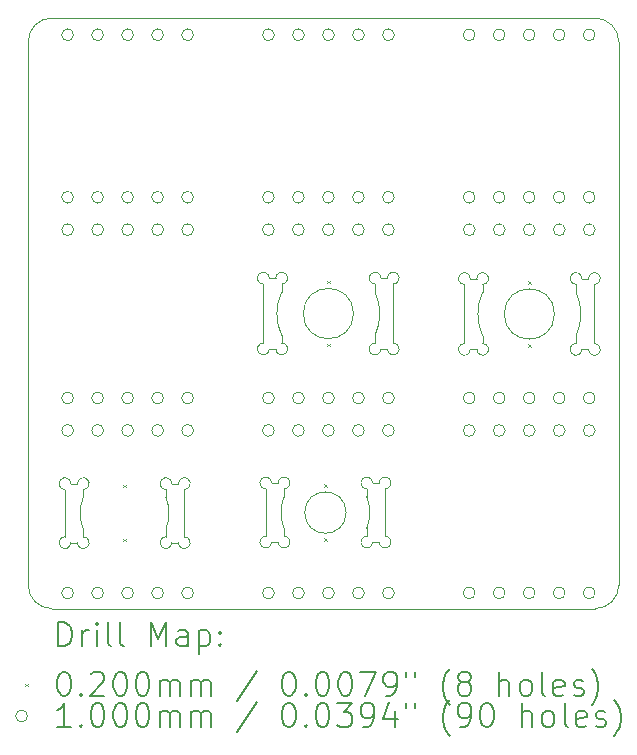
<source format=gbr>
%TF.GenerationSoftware,KiCad,Pcbnew,7.0.10*%
%TF.CreationDate,2024-02-14T10:35:41+01:00*%
%TF.ProjectId,Planar_XFMR,506c616e-6172-45f5-9846-4d522e6b6963,A*%
%TF.SameCoordinates,Original*%
%TF.FileFunction,Drillmap*%
%TF.FilePolarity,Positive*%
%FSLAX45Y45*%
G04 Gerber Fmt 4.5, Leading zero omitted, Abs format (unit mm)*
G04 Created by KiCad (PCBNEW 7.0.10) date 2024-02-14 10:35:41*
%MOMM*%
%LPD*%
G01*
G04 APERTURE LIST*
%ADD10C,0.010000*%
%ADD11C,0.100000*%
%ADD12C,0.200000*%
G04 APERTURE END LIST*
D10*
X14402092Y-5363546D02*
X14457092Y-5363546D01*
X14507093Y-5848546D02*
X14507092Y-5913546D01*
X14507092Y-5413546D02*
G75*
G03*
X14457092Y-5363546I0J50000D01*
G01*
X14457092Y-5963546D02*
G75*
G03*
X14507092Y-5913546I50000J0D01*
G01*
X14352092Y-5913546D02*
G75*
G03*
X14402092Y-5963546I0J-50000D01*
G01*
X15452092Y-5413546D02*
G75*
G03*
X15402092Y-5363546I0J50000D01*
G01*
X15297092Y-5913546D02*
G75*
G03*
X15347092Y-5963546I0J-50000D01*
G01*
X15347092Y-5363546D02*
G75*
G03*
X15297092Y-5413546I-50000J0D01*
G01*
X14352092Y-5413546D02*
X14352092Y-5913546D01*
X14457092Y-5963546D02*
X14402092Y-5963546D01*
X15297092Y-5848546D02*
X15297092Y-5913546D01*
X15297092Y-5848546D02*
G75*
G03*
X15298050Y-5480604I-395000J185000D01*
G01*
X14506135Y-5480604D02*
X14507092Y-5413546D01*
X14506135Y-5480604D02*
G75*
G03*
X14507093Y-5848546I395957J-182942D01*
G01*
X15347092Y-5963546D02*
X15402092Y-5963546D01*
X15452092Y-5413546D02*
X15452092Y-5913546D01*
X15298050Y-5480604D02*
X15297092Y-5413546D01*
X15114651Y-5663546D02*
G75*
G03*
X14689534Y-5663546I-212559J0D01*
G01*
X14689534Y-5663546D02*
G75*
G03*
X15114651Y-5663546I212559J0D01*
G01*
X15402092Y-5363546D02*
X15347092Y-5363546D01*
X14402092Y-5363546D02*
G75*
G03*
X14352092Y-5413546I-50000J0D01*
G01*
X15402092Y-5963546D02*
G75*
G03*
X15452092Y-5913546I50000J0D01*
G01*
X11825355Y-7149645D02*
X11825355Y-7214645D01*
X11825355Y-7549645D02*
X11825355Y-7484645D01*
X11825000Y-7485000D02*
G75*
G03*
X11825000Y-7215000I-350000J135000D01*
G01*
X11125000Y-7150000D02*
X11125000Y-7215000D01*
X11125000Y-7215000D02*
G75*
G03*
X11125000Y-7485000I350000J-135000D01*
G01*
X11125000Y-7550000D02*
X11125000Y-7485000D01*
X10970000Y-7550000D02*
X10970000Y-7150000D01*
X11020000Y-7100000D02*
G75*
G03*
X10970000Y-7150000I-50000J0D01*
G01*
X11075000Y-7600000D02*
G75*
G03*
X11125000Y-7550000I50000J0D01*
G01*
X11075000Y-7600000D02*
X11020000Y-7600000D01*
X11020000Y-7100000D02*
X11075000Y-7100000D01*
X11125000Y-7150000D02*
G75*
G03*
X11075000Y-7100000I0J50000D01*
G01*
X10970000Y-7550000D02*
G75*
G03*
X11020000Y-7600000I0J-50000D01*
G01*
X12700000Y-5360000D02*
G75*
G03*
X12650000Y-5410000I-50000J0D01*
G01*
X12755000Y-5960000D02*
G75*
G03*
X12805000Y-5910000I50000J0D01*
G01*
X12805000Y-5410000D02*
G75*
G03*
X12755000Y-5360000I0J50000D01*
G01*
X12650000Y-5910000D02*
G75*
G03*
X12700000Y-5960000I0J-50000D01*
G01*
X12650000Y-5410000D02*
X12650000Y-5910000D01*
X12804043Y-5477058D02*
X12805000Y-5410000D01*
X12804043Y-5477058D02*
G75*
G03*
X12805000Y-5845000I395957J-182942D01*
G01*
X12700000Y-5360000D02*
X12755000Y-5360000D01*
X12805000Y-5845000D02*
X12805000Y-5910000D01*
X12755000Y-5960000D02*
X12700000Y-5960000D01*
X13595000Y-5910000D02*
G75*
G03*
X13645000Y-5960000I0J-50000D01*
G01*
X13645000Y-5360000D02*
G75*
G03*
X13595000Y-5410000I-50000J0D01*
G01*
X13750000Y-5410000D02*
G75*
G03*
X13700000Y-5360000I0J50000D01*
G01*
X13700000Y-5960000D02*
G75*
G03*
X13750000Y-5910000I50000J0D01*
G01*
X13645000Y-5960000D02*
X13700000Y-5960000D01*
X13595000Y-5845000D02*
X13595000Y-5910000D01*
X13412559Y-5660000D02*
G75*
G03*
X12987441Y-5660000I-212559J0D01*
G01*
X12987441Y-5660000D02*
G75*
G03*
X13412559Y-5660000I212559J0D01*
G01*
X13750000Y-5410000D02*
X13750000Y-5910000D01*
X13595957Y-5477058D02*
X13595000Y-5410000D01*
X13595000Y-5845000D02*
G75*
G03*
X13595957Y-5477058I-395000J185000D01*
G01*
X13700000Y-5360000D02*
X13645000Y-5360000D01*
X12825000Y-7545000D02*
X12825000Y-7480000D01*
D11*
X10858579Y-8158579D02*
X15458579Y-8158579D01*
D10*
X12775000Y-7595000D02*
X12720000Y-7595000D01*
D11*
X15458579Y-3158579D02*
X10858579Y-3158579D01*
D10*
X12670000Y-7545000D02*
X12670000Y-7145000D01*
X11875355Y-7599645D02*
X11930355Y-7599645D01*
D11*
X15658581Y-3358579D02*
G75*
G03*
X15458579Y-3158579I-200001J-1D01*
G01*
X15458579Y-8158579D02*
G75*
G03*
X15658579Y-7958579I1J199999D01*
G01*
D10*
X11825355Y-7549645D02*
G75*
G03*
X11875355Y-7599645I5J-49995D01*
G01*
D11*
X10658581Y-7958579D02*
G75*
G03*
X10858579Y-8158579I199999J-1D01*
G01*
D10*
X13680355Y-7144645D02*
G75*
G03*
X13630355Y-7094645I5J50005D01*
G01*
X11930355Y-7099645D02*
X11875355Y-7099645D01*
X13630355Y-7094645D02*
X13575355Y-7094645D01*
X12825000Y-7145000D02*
X12825000Y-7210000D01*
X12825000Y-7210000D02*
G75*
G03*
X12825000Y-7480000I350000J-135000D01*
G01*
X11930365Y-7599645D02*
G75*
G03*
X11980355Y-7549645I49995J5D01*
G01*
X12670000Y-7545000D02*
G75*
G03*
X12720000Y-7595000I0J-50000D01*
G01*
D11*
X15658579Y-7958579D02*
X15658579Y-3358579D01*
D10*
X12775000Y-7595000D02*
G75*
G03*
X12825000Y-7545000I50000J0D01*
G01*
X12825000Y-7145000D02*
G75*
G03*
X12775000Y-7095000I0J50000D01*
G01*
X13630365Y-7594645D02*
G75*
G03*
X13680355Y-7544645I49995J5D01*
G01*
X13350000Y-7345000D02*
G75*
G03*
X13000000Y-7345000I-175000J0D01*
G01*
X13000000Y-7345000D02*
G75*
G03*
X13350000Y-7345000I175000J0D01*
G01*
X13525355Y-7544645D02*
G75*
G03*
X13575355Y-7594645I5J-49995D01*
G01*
X13575355Y-7594645D02*
X13630355Y-7594645D01*
X13525355Y-7544645D02*
X13525355Y-7479645D01*
X12720000Y-7095000D02*
G75*
G03*
X12670000Y-7145000I-50000J0D01*
G01*
D11*
X10658579Y-3358579D02*
X10658579Y-7958579D01*
D10*
X13575365Y-7094645D02*
G75*
G03*
X13525355Y-7144645I-50005J5D01*
G01*
X12720000Y-7095000D02*
X12775000Y-7095000D01*
D11*
X10858579Y-3158579D02*
G75*
G03*
X10658579Y-3358579I1J-200001D01*
G01*
D10*
X11875365Y-7099645D02*
G75*
G03*
X11825355Y-7149645I-50005J5D01*
G01*
X13525000Y-7480000D02*
G75*
G03*
X13525000Y-7210000I-350000J135000D01*
G01*
X11980355Y-7549645D02*
X11980355Y-7149645D01*
X11980355Y-7149645D02*
G75*
G03*
X11930355Y-7099645I5J50005D01*
G01*
X13525355Y-7144645D02*
X13525355Y-7209645D01*
X13680355Y-7544645D02*
X13680355Y-7144645D01*
D12*
D11*
X11465000Y-7112000D02*
X11485000Y-7132000D01*
X11485000Y-7112000D02*
X11465000Y-7132000D01*
X11465000Y-7568000D02*
X11485000Y-7588000D01*
X11485000Y-7568000D02*
X11465000Y-7588000D01*
X13165000Y-7107000D02*
X13185000Y-7127000D01*
X13185000Y-7107000D02*
X13165000Y-7127000D01*
X13165000Y-7563000D02*
X13185000Y-7583000D01*
X13185000Y-7563000D02*
X13165000Y-7583000D01*
X13190000Y-5382500D02*
X13210000Y-5402500D01*
X13210000Y-5382500D02*
X13190000Y-5402500D01*
X13190000Y-5917500D02*
X13210000Y-5937500D01*
X13210000Y-5917500D02*
X13190000Y-5937500D01*
X14892092Y-5386046D02*
X14912092Y-5406046D01*
X14912092Y-5386046D02*
X14892092Y-5406046D01*
X14892092Y-5921046D02*
X14912092Y-5941046D01*
X14912092Y-5921046D02*
X14892092Y-5941046D01*
X11042500Y-3300000D02*
G75*
G03*
X10942500Y-3300000I-50000J0D01*
G01*
X10942500Y-3300000D02*
G75*
G03*
X11042500Y-3300000I50000J0D01*
G01*
X11042500Y-4675000D02*
G75*
G03*
X10942500Y-4675000I-50000J0D01*
G01*
X10942500Y-4675000D02*
G75*
G03*
X11042500Y-4675000I50000J0D01*
G01*
X11042500Y-4950000D02*
G75*
G03*
X10942500Y-4950000I-50000J0D01*
G01*
X10942500Y-4950000D02*
G75*
G03*
X11042500Y-4950000I50000J0D01*
G01*
X11042500Y-6375000D02*
G75*
G03*
X10942500Y-6375000I-50000J0D01*
G01*
X10942500Y-6375000D02*
G75*
G03*
X11042500Y-6375000I50000J0D01*
G01*
X11042500Y-6650000D02*
G75*
G03*
X10942500Y-6650000I-50000J0D01*
G01*
X10942500Y-6650000D02*
G75*
G03*
X11042500Y-6650000I50000J0D01*
G01*
X11042500Y-8025000D02*
G75*
G03*
X10942500Y-8025000I-50000J0D01*
G01*
X10942500Y-8025000D02*
G75*
G03*
X11042500Y-8025000I50000J0D01*
G01*
X11296500Y-3300000D02*
G75*
G03*
X11196500Y-3300000I-50000J0D01*
G01*
X11196500Y-3300000D02*
G75*
G03*
X11296500Y-3300000I50000J0D01*
G01*
X11296500Y-4675000D02*
G75*
G03*
X11196500Y-4675000I-50000J0D01*
G01*
X11196500Y-4675000D02*
G75*
G03*
X11296500Y-4675000I50000J0D01*
G01*
X11296500Y-4950000D02*
G75*
G03*
X11196500Y-4950000I-50000J0D01*
G01*
X11196500Y-4950000D02*
G75*
G03*
X11296500Y-4950000I50000J0D01*
G01*
X11296500Y-6375000D02*
G75*
G03*
X11196500Y-6375000I-50000J0D01*
G01*
X11196500Y-6375000D02*
G75*
G03*
X11296500Y-6375000I50000J0D01*
G01*
X11296500Y-6650000D02*
G75*
G03*
X11196500Y-6650000I-50000J0D01*
G01*
X11196500Y-6650000D02*
G75*
G03*
X11296500Y-6650000I50000J0D01*
G01*
X11296500Y-8025000D02*
G75*
G03*
X11196500Y-8025000I-50000J0D01*
G01*
X11196500Y-8025000D02*
G75*
G03*
X11296500Y-8025000I50000J0D01*
G01*
X11550500Y-3300000D02*
G75*
G03*
X11450500Y-3300000I-50000J0D01*
G01*
X11450500Y-3300000D02*
G75*
G03*
X11550500Y-3300000I50000J0D01*
G01*
X11550500Y-4675000D02*
G75*
G03*
X11450500Y-4675000I-50000J0D01*
G01*
X11450500Y-4675000D02*
G75*
G03*
X11550500Y-4675000I50000J0D01*
G01*
X11550500Y-4950000D02*
G75*
G03*
X11450500Y-4950000I-50000J0D01*
G01*
X11450500Y-4950000D02*
G75*
G03*
X11550500Y-4950000I50000J0D01*
G01*
X11550500Y-6375000D02*
G75*
G03*
X11450500Y-6375000I-50000J0D01*
G01*
X11450500Y-6375000D02*
G75*
G03*
X11550500Y-6375000I50000J0D01*
G01*
X11550500Y-6650000D02*
G75*
G03*
X11450500Y-6650000I-50000J0D01*
G01*
X11450500Y-6650000D02*
G75*
G03*
X11550500Y-6650000I50000J0D01*
G01*
X11550500Y-8025000D02*
G75*
G03*
X11450500Y-8025000I-50000J0D01*
G01*
X11450500Y-8025000D02*
G75*
G03*
X11550500Y-8025000I50000J0D01*
G01*
X11804500Y-3300000D02*
G75*
G03*
X11704500Y-3300000I-50000J0D01*
G01*
X11704500Y-3300000D02*
G75*
G03*
X11804500Y-3300000I50000J0D01*
G01*
X11804500Y-4675000D02*
G75*
G03*
X11704500Y-4675000I-50000J0D01*
G01*
X11704500Y-4675000D02*
G75*
G03*
X11804500Y-4675000I50000J0D01*
G01*
X11804500Y-4950000D02*
G75*
G03*
X11704500Y-4950000I-50000J0D01*
G01*
X11704500Y-4950000D02*
G75*
G03*
X11804500Y-4950000I50000J0D01*
G01*
X11804500Y-6375000D02*
G75*
G03*
X11704500Y-6375000I-50000J0D01*
G01*
X11704500Y-6375000D02*
G75*
G03*
X11804500Y-6375000I50000J0D01*
G01*
X11804500Y-6650000D02*
G75*
G03*
X11704500Y-6650000I-50000J0D01*
G01*
X11704500Y-6650000D02*
G75*
G03*
X11804500Y-6650000I50000J0D01*
G01*
X11804500Y-8025000D02*
G75*
G03*
X11704500Y-8025000I-50000J0D01*
G01*
X11704500Y-8025000D02*
G75*
G03*
X11804500Y-8025000I50000J0D01*
G01*
X12058500Y-3300000D02*
G75*
G03*
X11958500Y-3300000I-50000J0D01*
G01*
X11958500Y-3300000D02*
G75*
G03*
X12058500Y-3300000I50000J0D01*
G01*
X12058500Y-4675000D02*
G75*
G03*
X11958500Y-4675000I-50000J0D01*
G01*
X11958500Y-4675000D02*
G75*
G03*
X12058500Y-4675000I50000J0D01*
G01*
X12058500Y-4950000D02*
G75*
G03*
X11958500Y-4950000I-50000J0D01*
G01*
X11958500Y-4950000D02*
G75*
G03*
X12058500Y-4950000I50000J0D01*
G01*
X12058500Y-6375000D02*
G75*
G03*
X11958500Y-6375000I-50000J0D01*
G01*
X11958500Y-6375000D02*
G75*
G03*
X12058500Y-6375000I50000J0D01*
G01*
X12058500Y-6650000D02*
G75*
G03*
X11958500Y-6650000I-50000J0D01*
G01*
X11958500Y-6650000D02*
G75*
G03*
X12058500Y-6650000I50000J0D01*
G01*
X12058500Y-8025000D02*
G75*
G03*
X11958500Y-8025000I-50000J0D01*
G01*
X11958500Y-8025000D02*
G75*
G03*
X12058500Y-8025000I50000J0D01*
G01*
X12742500Y-3300000D02*
G75*
G03*
X12642500Y-3300000I-50000J0D01*
G01*
X12642500Y-3300000D02*
G75*
G03*
X12742500Y-3300000I50000J0D01*
G01*
X12742500Y-4675000D02*
G75*
G03*
X12642500Y-4675000I-50000J0D01*
G01*
X12642500Y-4675000D02*
G75*
G03*
X12742500Y-4675000I50000J0D01*
G01*
X12742500Y-4950000D02*
G75*
G03*
X12642500Y-4950000I-50000J0D01*
G01*
X12642500Y-4950000D02*
G75*
G03*
X12742500Y-4950000I50000J0D01*
G01*
X12742500Y-6375000D02*
G75*
G03*
X12642500Y-6375000I-50000J0D01*
G01*
X12642500Y-6375000D02*
G75*
G03*
X12742500Y-6375000I50000J0D01*
G01*
X12742500Y-6650000D02*
G75*
G03*
X12642500Y-6650000I-50000J0D01*
G01*
X12642500Y-6650000D02*
G75*
G03*
X12742500Y-6650000I50000J0D01*
G01*
X12742500Y-8025000D02*
G75*
G03*
X12642500Y-8025000I-50000J0D01*
G01*
X12642500Y-8025000D02*
G75*
G03*
X12742500Y-8025000I50000J0D01*
G01*
X12996500Y-3300000D02*
G75*
G03*
X12896500Y-3300000I-50000J0D01*
G01*
X12896500Y-3300000D02*
G75*
G03*
X12996500Y-3300000I50000J0D01*
G01*
X12996500Y-4675000D02*
G75*
G03*
X12896500Y-4675000I-50000J0D01*
G01*
X12896500Y-4675000D02*
G75*
G03*
X12996500Y-4675000I50000J0D01*
G01*
X12996500Y-4950000D02*
G75*
G03*
X12896500Y-4950000I-50000J0D01*
G01*
X12896500Y-4950000D02*
G75*
G03*
X12996500Y-4950000I50000J0D01*
G01*
X12996500Y-6375000D02*
G75*
G03*
X12896500Y-6375000I-50000J0D01*
G01*
X12896500Y-6375000D02*
G75*
G03*
X12996500Y-6375000I50000J0D01*
G01*
X12996500Y-6650000D02*
G75*
G03*
X12896500Y-6650000I-50000J0D01*
G01*
X12896500Y-6650000D02*
G75*
G03*
X12996500Y-6650000I50000J0D01*
G01*
X12996500Y-8025000D02*
G75*
G03*
X12896500Y-8025000I-50000J0D01*
G01*
X12896500Y-8025000D02*
G75*
G03*
X12996500Y-8025000I50000J0D01*
G01*
X13250500Y-3300000D02*
G75*
G03*
X13150500Y-3300000I-50000J0D01*
G01*
X13150500Y-3300000D02*
G75*
G03*
X13250500Y-3300000I50000J0D01*
G01*
X13250500Y-4675000D02*
G75*
G03*
X13150500Y-4675000I-50000J0D01*
G01*
X13150500Y-4675000D02*
G75*
G03*
X13250500Y-4675000I50000J0D01*
G01*
X13250500Y-4950000D02*
G75*
G03*
X13150500Y-4950000I-50000J0D01*
G01*
X13150500Y-4950000D02*
G75*
G03*
X13250500Y-4950000I50000J0D01*
G01*
X13250500Y-6375000D02*
G75*
G03*
X13150500Y-6375000I-50000J0D01*
G01*
X13150500Y-6375000D02*
G75*
G03*
X13250500Y-6375000I50000J0D01*
G01*
X13250500Y-6650000D02*
G75*
G03*
X13150500Y-6650000I-50000J0D01*
G01*
X13150500Y-6650000D02*
G75*
G03*
X13250500Y-6650000I50000J0D01*
G01*
X13250500Y-8025000D02*
G75*
G03*
X13150500Y-8025000I-50000J0D01*
G01*
X13150500Y-8025000D02*
G75*
G03*
X13250500Y-8025000I50000J0D01*
G01*
X13504500Y-3300000D02*
G75*
G03*
X13404500Y-3300000I-50000J0D01*
G01*
X13404500Y-3300000D02*
G75*
G03*
X13504500Y-3300000I50000J0D01*
G01*
X13504500Y-4675000D02*
G75*
G03*
X13404500Y-4675000I-50000J0D01*
G01*
X13404500Y-4675000D02*
G75*
G03*
X13504500Y-4675000I50000J0D01*
G01*
X13504500Y-4950000D02*
G75*
G03*
X13404500Y-4950000I-50000J0D01*
G01*
X13404500Y-4950000D02*
G75*
G03*
X13504500Y-4950000I50000J0D01*
G01*
X13504500Y-6375000D02*
G75*
G03*
X13404500Y-6375000I-50000J0D01*
G01*
X13404500Y-6375000D02*
G75*
G03*
X13504500Y-6375000I50000J0D01*
G01*
X13504500Y-6650000D02*
G75*
G03*
X13404500Y-6650000I-50000J0D01*
G01*
X13404500Y-6650000D02*
G75*
G03*
X13504500Y-6650000I50000J0D01*
G01*
X13504500Y-8025000D02*
G75*
G03*
X13404500Y-8025000I-50000J0D01*
G01*
X13404500Y-8025000D02*
G75*
G03*
X13504500Y-8025000I50000J0D01*
G01*
X13758500Y-3300000D02*
G75*
G03*
X13658500Y-3300000I-50000J0D01*
G01*
X13658500Y-3300000D02*
G75*
G03*
X13758500Y-3300000I50000J0D01*
G01*
X13758500Y-4675000D02*
G75*
G03*
X13658500Y-4675000I-50000J0D01*
G01*
X13658500Y-4675000D02*
G75*
G03*
X13758500Y-4675000I50000J0D01*
G01*
X13758500Y-4950000D02*
G75*
G03*
X13658500Y-4950000I-50000J0D01*
G01*
X13658500Y-4950000D02*
G75*
G03*
X13758500Y-4950000I50000J0D01*
G01*
X13758500Y-6375000D02*
G75*
G03*
X13658500Y-6375000I-50000J0D01*
G01*
X13658500Y-6375000D02*
G75*
G03*
X13758500Y-6375000I50000J0D01*
G01*
X13758500Y-6650000D02*
G75*
G03*
X13658500Y-6650000I-50000J0D01*
G01*
X13658500Y-6650000D02*
G75*
G03*
X13758500Y-6650000I50000J0D01*
G01*
X13758500Y-8025000D02*
G75*
G03*
X13658500Y-8025000I-50000J0D01*
G01*
X13658500Y-8025000D02*
G75*
G03*
X13758500Y-8025000I50000J0D01*
G01*
X14442500Y-3300000D02*
G75*
G03*
X14342500Y-3300000I-50000J0D01*
G01*
X14342500Y-3300000D02*
G75*
G03*
X14442500Y-3300000I50000J0D01*
G01*
X14442500Y-4675000D02*
G75*
G03*
X14342500Y-4675000I-50000J0D01*
G01*
X14342500Y-4675000D02*
G75*
G03*
X14442500Y-4675000I50000J0D01*
G01*
X14442500Y-4950000D02*
G75*
G03*
X14342500Y-4950000I-50000J0D01*
G01*
X14342500Y-4950000D02*
G75*
G03*
X14442500Y-4950000I50000J0D01*
G01*
X14442500Y-6375000D02*
G75*
G03*
X14342500Y-6375000I-50000J0D01*
G01*
X14342500Y-6375000D02*
G75*
G03*
X14442500Y-6375000I50000J0D01*
G01*
X14442500Y-6650000D02*
G75*
G03*
X14342500Y-6650000I-50000J0D01*
G01*
X14342500Y-6650000D02*
G75*
G03*
X14442500Y-6650000I50000J0D01*
G01*
X14442500Y-8025000D02*
G75*
G03*
X14342500Y-8025000I-50000J0D01*
G01*
X14342500Y-8025000D02*
G75*
G03*
X14442500Y-8025000I50000J0D01*
G01*
X14696500Y-3300000D02*
G75*
G03*
X14596500Y-3300000I-50000J0D01*
G01*
X14596500Y-3300000D02*
G75*
G03*
X14696500Y-3300000I50000J0D01*
G01*
X14696500Y-4675000D02*
G75*
G03*
X14596500Y-4675000I-50000J0D01*
G01*
X14596500Y-4675000D02*
G75*
G03*
X14696500Y-4675000I50000J0D01*
G01*
X14696500Y-4950000D02*
G75*
G03*
X14596500Y-4950000I-50000J0D01*
G01*
X14596500Y-4950000D02*
G75*
G03*
X14696500Y-4950000I50000J0D01*
G01*
X14696500Y-6375000D02*
G75*
G03*
X14596500Y-6375000I-50000J0D01*
G01*
X14596500Y-6375000D02*
G75*
G03*
X14696500Y-6375000I50000J0D01*
G01*
X14696500Y-6650000D02*
G75*
G03*
X14596500Y-6650000I-50000J0D01*
G01*
X14596500Y-6650000D02*
G75*
G03*
X14696500Y-6650000I50000J0D01*
G01*
X14696500Y-8025000D02*
G75*
G03*
X14596500Y-8025000I-50000J0D01*
G01*
X14596500Y-8025000D02*
G75*
G03*
X14696500Y-8025000I50000J0D01*
G01*
X14950500Y-3300000D02*
G75*
G03*
X14850500Y-3300000I-50000J0D01*
G01*
X14850500Y-3300000D02*
G75*
G03*
X14950500Y-3300000I50000J0D01*
G01*
X14950500Y-4675000D02*
G75*
G03*
X14850500Y-4675000I-50000J0D01*
G01*
X14850500Y-4675000D02*
G75*
G03*
X14950500Y-4675000I50000J0D01*
G01*
X14950500Y-4950000D02*
G75*
G03*
X14850500Y-4950000I-50000J0D01*
G01*
X14850500Y-4950000D02*
G75*
G03*
X14950500Y-4950000I50000J0D01*
G01*
X14950500Y-6375000D02*
G75*
G03*
X14850500Y-6375000I-50000J0D01*
G01*
X14850500Y-6375000D02*
G75*
G03*
X14950500Y-6375000I50000J0D01*
G01*
X14950500Y-6650000D02*
G75*
G03*
X14850500Y-6650000I-50000J0D01*
G01*
X14850500Y-6650000D02*
G75*
G03*
X14950500Y-6650000I50000J0D01*
G01*
X14950500Y-8025000D02*
G75*
G03*
X14850500Y-8025000I-50000J0D01*
G01*
X14850500Y-8025000D02*
G75*
G03*
X14950500Y-8025000I50000J0D01*
G01*
X15204500Y-3300000D02*
G75*
G03*
X15104500Y-3300000I-50000J0D01*
G01*
X15104500Y-3300000D02*
G75*
G03*
X15204500Y-3300000I50000J0D01*
G01*
X15204500Y-4675000D02*
G75*
G03*
X15104500Y-4675000I-50000J0D01*
G01*
X15104500Y-4675000D02*
G75*
G03*
X15204500Y-4675000I50000J0D01*
G01*
X15204500Y-4950000D02*
G75*
G03*
X15104500Y-4950000I-50000J0D01*
G01*
X15104500Y-4950000D02*
G75*
G03*
X15204500Y-4950000I50000J0D01*
G01*
X15204500Y-6375000D02*
G75*
G03*
X15104500Y-6375000I-50000J0D01*
G01*
X15104500Y-6375000D02*
G75*
G03*
X15204500Y-6375000I50000J0D01*
G01*
X15204500Y-6650000D02*
G75*
G03*
X15104500Y-6650000I-50000J0D01*
G01*
X15104500Y-6650000D02*
G75*
G03*
X15204500Y-6650000I50000J0D01*
G01*
X15204500Y-8025000D02*
G75*
G03*
X15104500Y-8025000I-50000J0D01*
G01*
X15104500Y-8025000D02*
G75*
G03*
X15204500Y-8025000I50000J0D01*
G01*
X15458500Y-3300000D02*
G75*
G03*
X15358500Y-3300000I-50000J0D01*
G01*
X15358500Y-3300000D02*
G75*
G03*
X15458500Y-3300000I50000J0D01*
G01*
X15458500Y-4675000D02*
G75*
G03*
X15358500Y-4675000I-50000J0D01*
G01*
X15358500Y-4675000D02*
G75*
G03*
X15458500Y-4675000I50000J0D01*
G01*
X15458500Y-4950000D02*
G75*
G03*
X15358500Y-4950000I-50000J0D01*
G01*
X15358500Y-4950000D02*
G75*
G03*
X15458500Y-4950000I50000J0D01*
G01*
X15458500Y-6375000D02*
G75*
G03*
X15358500Y-6375000I-50000J0D01*
G01*
X15358500Y-6375000D02*
G75*
G03*
X15458500Y-6375000I50000J0D01*
G01*
X15458500Y-6650000D02*
G75*
G03*
X15358500Y-6650000I-50000J0D01*
G01*
X15358500Y-6650000D02*
G75*
G03*
X15458500Y-6650000I50000J0D01*
G01*
X15458500Y-8025000D02*
G75*
G03*
X15358500Y-8025000I-50000J0D01*
G01*
X15358500Y-8025000D02*
G75*
G03*
X15458500Y-8025000I50000J0D01*
G01*
D12*
X10914355Y-8475062D02*
X10914355Y-8275062D01*
X10914355Y-8275062D02*
X10961974Y-8275062D01*
X10961974Y-8275062D02*
X10990546Y-8284586D01*
X10990546Y-8284586D02*
X11009594Y-8303634D01*
X11009594Y-8303634D02*
X11019117Y-8322681D01*
X11019117Y-8322681D02*
X11028641Y-8360777D01*
X11028641Y-8360777D02*
X11028641Y-8389348D01*
X11028641Y-8389348D02*
X11019117Y-8427443D01*
X11019117Y-8427443D02*
X11009594Y-8446491D01*
X11009594Y-8446491D02*
X10990546Y-8465539D01*
X10990546Y-8465539D02*
X10961974Y-8475062D01*
X10961974Y-8475062D02*
X10914355Y-8475062D01*
X11114355Y-8475062D02*
X11114355Y-8341729D01*
X11114355Y-8379824D02*
X11123879Y-8360777D01*
X11123879Y-8360777D02*
X11133403Y-8351253D01*
X11133403Y-8351253D02*
X11152451Y-8341729D01*
X11152451Y-8341729D02*
X11171498Y-8341729D01*
X11238165Y-8475062D02*
X11238165Y-8341729D01*
X11238165Y-8275062D02*
X11228641Y-8284586D01*
X11228641Y-8284586D02*
X11238165Y-8294110D01*
X11238165Y-8294110D02*
X11247689Y-8284586D01*
X11247689Y-8284586D02*
X11238165Y-8275062D01*
X11238165Y-8275062D02*
X11238165Y-8294110D01*
X11361974Y-8475062D02*
X11342927Y-8465539D01*
X11342927Y-8465539D02*
X11333403Y-8446491D01*
X11333403Y-8446491D02*
X11333403Y-8275062D01*
X11466736Y-8475062D02*
X11447689Y-8465539D01*
X11447689Y-8465539D02*
X11438165Y-8446491D01*
X11438165Y-8446491D02*
X11438165Y-8275062D01*
X11695308Y-8475062D02*
X11695308Y-8275062D01*
X11695308Y-8275062D02*
X11761974Y-8417920D01*
X11761974Y-8417920D02*
X11828641Y-8275062D01*
X11828641Y-8275062D02*
X11828641Y-8475062D01*
X12009593Y-8475062D02*
X12009593Y-8370300D01*
X12009593Y-8370300D02*
X12000070Y-8351253D01*
X12000070Y-8351253D02*
X11981022Y-8341729D01*
X11981022Y-8341729D02*
X11942927Y-8341729D01*
X11942927Y-8341729D02*
X11923879Y-8351253D01*
X12009593Y-8465539D02*
X11990546Y-8475062D01*
X11990546Y-8475062D02*
X11942927Y-8475062D01*
X11942927Y-8475062D02*
X11923879Y-8465539D01*
X11923879Y-8465539D02*
X11914355Y-8446491D01*
X11914355Y-8446491D02*
X11914355Y-8427443D01*
X11914355Y-8427443D02*
X11923879Y-8408396D01*
X11923879Y-8408396D02*
X11942927Y-8398872D01*
X11942927Y-8398872D02*
X11990546Y-8398872D01*
X11990546Y-8398872D02*
X12009593Y-8389348D01*
X12104832Y-8341729D02*
X12104832Y-8541729D01*
X12104832Y-8351253D02*
X12123879Y-8341729D01*
X12123879Y-8341729D02*
X12161974Y-8341729D01*
X12161974Y-8341729D02*
X12181022Y-8351253D01*
X12181022Y-8351253D02*
X12190546Y-8360777D01*
X12190546Y-8360777D02*
X12200070Y-8379824D01*
X12200070Y-8379824D02*
X12200070Y-8436967D01*
X12200070Y-8436967D02*
X12190546Y-8456015D01*
X12190546Y-8456015D02*
X12181022Y-8465539D01*
X12181022Y-8465539D02*
X12161974Y-8475062D01*
X12161974Y-8475062D02*
X12123879Y-8475062D01*
X12123879Y-8475062D02*
X12104832Y-8465539D01*
X12285784Y-8456015D02*
X12295308Y-8465539D01*
X12295308Y-8465539D02*
X12285784Y-8475062D01*
X12285784Y-8475062D02*
X12276260Y-8465539D01*
X12276260Y-8465539D02*
X12285784Y-8456015D01*
X12285784Y-8456015D02*
X12285784Y-8475062D01*
X12285784Y-8351253D02*
X12295308Y-8360777D01*
X12295308Y-8360777D02*
X12285784Y-8370300D01*
X12285784Y-8370300D02*
X12276260Y-8360777D01*
X12276260Y-8360777D02*
X12285784Y-8351253D01*
X12285784Y-8351253D02*
X12285784Y-8370300D01*
D11*
X10633579Y-8793579D02*
X10653579Y-8813579D01*
X10653579Y-8793579D02*
X10633579Y-8813579D01*
D12*
X10952451Y-8695062D02*
X10971498Y-8695062D01*
X10971498Y-8695062D02*
X10990546Y-8704586D01*
X10990546Y-8704586D02*
X11000070Y-8714110D01*
X11000070Y-8714110D02*
X11009594Y-8733158D01*
X11009594Y-8733158D02*
X11019117Y-8771253D01*
X11019117Y-8771253D02*
X11019117Y-8818872D01*
X11019117Y-8818872D02*
X11009594Y-8856967D01*
X11009594Y-8856967D02*
X11000070Y-8876015D01*
X11000070Y-8876015D02*
X10990546Y-8885539D01*
X10990546Y-8885539D02*
X10971498Y-8895062D01*
X10971498Y-8895062D02*
X10952451Y-8895062D01*
X10952451Y-8895062D02*
X10933403Y-8885539D01*
X10933403Y-8885539D02*
X10923879Y-8876015D01*
X10923879Y-8876015D02*
X10914355Y-8856967D01*
X10914355Y-8856967D02*
X10904832Y-8818872D01*
X10904832Y-8818872D02*
X10904832Y-8771253D01*
X10904832Y-8771253D02*
X10914355Y-8733158D01*
X10914355Y-8733158D02*
X10923879Y-8714110D01*
X10923879Y-8714110D02*
X10933403Y-8704586D01*
X10933403Y-8704586D02*
X10952451Y-8695062D01*
X11104832Y-8876015D02*
X11114355Y-8885539D01*
X11114355Y-8885539D02*
X11104832Y-8895062D01*
X11104832Y-8895062D02*
X11095308Y-8885539D01*
X11095308Y-8885539D02*
X11104832Y-8876015D01*
X11104832Y-8876015D02*
X11104832Y-8895062D01*
X11190546Y-8714110D02*
X11200070Y-8704586D01*
X11200070Y-8704586D02*
X11219117Y-8695062D01*
X11219117Y-8695062D02*
X11266736Y-8695062D01*
X11266736Y-8695062D02*
X11285784Y-8704586D01*
X11285784Y-8704586D02*
X11295308Y-8714110D01*
X11295308Y-8714110D02*
X11304832Y-8733158D01*
X11304832Y-8733158D02*
X11304832Y-8752205D01*
X11304832Y-8752205D02*
X11295308Y-8780777D01*
X11295308Y-8780777D02*
X11181022Y-8895062D01*
X11181022Y-8895062D02*
X11304832Y-8895062D01*
X11428641Y-8695062D02*
X11447689Y-8695062D01*
X11447689Y-8695062D02*
X11466736Y-8704586D01*
X11466736Y-8704586D02*
X11476260Y-8714110D01*
X11476260Y-8714110D02*
X11485784Y-8733158D01*
X11485784Y-8733158D02*
X11495308Y-8771253D01*
X11495308Y-8771253D02*
X11495308Y-8818872D01*
X11495308Y-8818872D02*
X11485784Y-8856967D01*
X11485784Y-8856967D02*
X11476260Y-8876015D01*
X11476260Y-8876015D02*
X11466736Y-8885539D01*
X11466736Y-8885539D02*
X11447689Y-8895062D01*
X11447689Y-8895062D02*
X11428641Y-8895062D01*
X11428641Y-8895062D02*
X11409593Y-8885539D01*
X11409593Y-8885539D02*
X11400070Y-8876015D01*
X11400070Y-8876015D02*
X11390546Y-8856967D01*
X11390546Y-8856967D02*
X11381022Y-8818872D01*
X11381022Y-8818872D02*
X11381022Y-8771253D01*
X11381022Y-8771253D02*
X11390546Y-8733158D01*
X11390546Y-8733158D02*
X11400070Y-8714110D01*
X11400070Y-8714110D02*
X11409593Y-8704586D01*
X11409593Y-8704586D02*
X11428641Y-8695062D01*
X11619117Y-8695062D02*
X11638165Y-8695062D01*
X11638165Y-8695062D02*
X11657213Y-8704586D01*
X11657213Y-8704586D02*
X11666736Y-8714110D01*
X11666736Y-8714110D02*
X11676260Y-8733158D01*
X11676260Y-8733158D02*
X11685784Y-8771253D01*
X11685784Y-8771253D02*
X11685784Y-8818872D01*
X11685784Y-8818872D02*
X11676260Y-8856967D01*
X11676260Y-8856967D02*
X11666736Y-8876015D01*
X11666736Y-8876015D02*
X11657213Y-8885539D01*
X11657213Y-8885539D02*
X11638165Y-8895062D01*
X11638165Y-8895062D02*
X11619117Y-8895062D01*
X11619117Y-8895062D02*
X11600070Y-8885539D01*
X11600070Y-8885539D02*
X11590546Y-8876015D01*
X11590546Y-8876015D02*
X11581022Y-8856967D01*
X11581022Y-8856967D02*
X11571498Y-8818872D01*
X11571498Y-8818872D02*
X11571498Y-8771253D01*
X11571498Y-8771253D02*
X11581022Y-8733158D01*
X11581022Y-8733158D02*
X11590546Y-8714110D01*
X11590546Y-8714110D02*
X11600070Y-8704586D01*
X11600070Y-8704586D02*
X11619117Y-8695062D01*
X11771498Y-8895062D02*
X11771498Y-8761729D01*
X11771498Y-8780777D02*
X11781022Y-8771253D01*
X11781022Y-8771253D02*
X11800070Y-8761729D01*
X11800070Y-8761729D02*
X11828641Y-8761729D01*
X11828641Y-8761729D02*
X11847689Y-8771253D01*
X11847689Y-8771253D02*
X11857213Y-8790301D01*
X11857213Y-8790301D02*
X11857213Y-8895062D01*
X11857213Y-8790301D02*
X11866736Y-8771253D01*
X11866736Y-8771253D02*
X11885784Y-8761729D01*
X11885784Y-8761729D02*
X11914355Y-8761729D01*
X11914355Y-8761729D02*
X11933403Y-8771253D01*
X11933403Y-8771253D02*
X11942927Y-8790301D01*
X11942927Y-8790301D02*
X11942927Y-8895062D01*
X12038165Y-8895062D02*
X12038165Y-8761729D01*
X12038165Y-8780777D02*
X12047689Y-8771253D01*
X12047689Y-8771253D02*
X12066736Y-8761729D01*
X12066736Y-8761729D02*
X12095308Y-8761729D01*
X12095308Y-8761729D02*
X12114355Y-8771253D01*
X12114355Y-8771253D02*
X12123879Y-8790301D01*
X12123879Y-8790301D02*
X12123879Y-8895062D01*
X12123879Y-8790301D02*
X12133403Y-8771253D01*
X12133403Y-8771253D02*
X12152451Y-8761729D01*
X12152451Y-8761729D02*
X12181022Y-8761729D01*
X12181022Y-8761729D02*
X12200070Y-8771253D01*
X12200070Y-8771253D02*
X12209594Y-8790301D01*
X12209594Y-8790301D02*
X12209594Y-8895062D01*
X12600070Y-8685539D02*
X12428641Y-8942681D01*
X12857213Y-8695062D02*
X12876260Y-8695062D01*
X12876260Y-8695062D02*
X12895308Y-8704586D01*
X12895308Y-8704586D02*
X12904832Y-8714110D01*
X12904832Y-8714110D02*
X12914356Y-8733158D01*
X12914356Y-8733158D02*
X12923879Y-8771253D01*
X12923879Y-8771253D02*
X12923879Y-8818872D01*
X12923879Y-8818872D02*
X12914356Y-8856967D01*
X12914356Y-8856967D02*
X12904832Y-8876015D01*
X12904832Y-8876015D02*
X12895308Y-8885539D01*
X12895308Y-8885539D02*
X12876260Y-8895062D01*
X12876260Y-8895062D02*
X12857213Y-8895062D01*
X12857213Y-8895062D02*
X12838165Y-8885539D01*
X12838165Y-8885539D02*
X12828641Y-8876015D01*
X12828641Y-8876015D02*
X12819117Y-8856967D01*
X12819117Y-8856967D02*
X12809594Y-8818872D01*
X12809594Y-8818872D02*
X12809594Y-8771253D01*
X12809594Y-8771253D02*
X12819117Y-8733158D01*
X12819117Y-8733158D02*
X12828641Y-8714110D01*
X12828641Y-8714110D02*
X12838165Y-8704586D01*
X12838165Y-8704586D02*
X12857213Y-8695062D01*
X13009594Y-8876015D02*
X13019117Y-8885539D01*
X13019117Y-8885539D02*
X13009594Y-8895062D01*
X13009594Y-8895062D02*
X13000070Y-8885539D01*
X13000070Y-8885539D02*
X13009594Y-8876015D01*
X13009594Y-8876015D02*
X13009594Y-8895062D01*
X13142927Y-8695062D02*
X13161975Y-8695062D01*
X13161975Y-8695062D02*
X13181022Y-8704586D01*
X13181022Y-8704586D02*
X13190546Y-8714110D01*
X13190546Y-8714110D02*
X13200070Y-8733158D01*
X13200070Y-8733158D02*
X13209594Y-8771253D01*
X13209594Y-8771253D02*
X13209594Y-8818872D01*
X13209594Y-8818872D02*
X13200070Y-8856967D01*
X13200070Y-8856967D02*
X13190546Y-8876015D01*
X13190546Y-8876015D02*
X13181022Y-8885539D01*
X13181022Y-8885539D02*
X13161975Y-8895062D01*
X13161975Y-8895062D02*
X13142927Y-8895062D01*
X13142927Y-8895062D02*
X13123879Y-8885539D01*
X13123879Y-8885539D02*
X13114356Y-8876015D01*
X13114356Y-8876015D02*
X13104832Y-8856967D01*
X13104832Y-8856967D02*
X13095308Y-8818872D01*
X13095308Y-8818872D02*
X13095308Y-8771253D01*
X13095308Y-8771253D02*
X13104832Y-8733158D01*
X13104832Y-8733158D02*
X13114356Y-8714110D01*
X13114356Y-8714110D02*
X13123879Y-8704586D01*
X13123879Y-8704586D02*
X13142927Y-8695062D01*
X13333403Y-8695062D02*
X13352451Y-8695062D01*
X13352451Y-8695062D02*
X13371498Y-8704586D01*
X13371498Y-8704586D02*
X13381022Y-8714110D01*
X13381022Y-8714110D02*
X13390546Y-8733158D01*
X13390546Y-8733158D02*
X13400070Y-8771253D01*
X13400070Y-8771253D02*
X13400070Y-8818872D01*
X13400070Y-8818872D02*
X13390546Y-8856967D01*
X13390546Y-8856967D02*
X13381022Y-8876015D01*
X13381022Y-8876015D02*
X13371498Y-8885539D01*
X13371498Y-8885539D02*
X13352451Y-8895062D01*
X13352451Y-8895062D02*
X13333403Y-8895062D01*
X13333403Y-8895062D02*
X13314356Y-8885539D01*
X13314356Y-8885539D02*
X13304832Y-8876015D01*
X13304832Y-8876015D02*
X13295308Y-8856967D01*
X13295308Y-8856967D02*
X13285784Y-8818872D01*
X13285784Y-8818872D02*
X13285784Y-8771253D01*
X13285784Y-8771253D02*
X13295308Y-8733158D01*
X13295308Y-8733158D02*
X13304832Y-8714110D01*
X13304832Y-8714110D02*
X13314356Y-8704586D01*
X13314356Y-8704586D02*
X13333403Y-8695062D01*
X13466737Y-8695062D02*
X13600070Y-8695062D01*
X13600070Y-8695062D02*
X13514356Y-8895062D01*
X13685784Y-8895062D02*
X13723879Y-8895062D01*
X13723879Y-8895062D02*
X13742927Y-8885539D01*
X13742927Y-8885539D02*
X13752451Y-8876015D01*
X13752451Y-8876015D02*
X13771498Y-8847443D01*
X13771498Y-8847443D02*
X13781022Y-8809348D01*
X13781022Y-8809348D02*
X13781022Y-8733158D01*
X13781022Y-8733158D02*
X13771498Y-8714110D01*
X13771498Y-8714110D02*
X13761975Y-8704586D01*
X13761975Y-8704586D02*
X13742927Y-8695062D01*
X13742927Y-8695062D02*
X13704832Y-8695062D01*
X13704832Y-8695062D02*
X13685784Y-8704586D01*
X13685784Y-8704586D02*
X13676260Y-8714110D01*
X13676260Y-8714110D02*
X13666737Y-8733158D01*
X13666737Y-8733158D02*
X13666737Y-8780777D01*
X13666737Y-8780777D02*
X13676260Y-8799824D01*
X13676260Y-8799824D02*
X13685784Y-8809348D01*
X13685784Y-8809348D02*
X13704832Y-8818872D01*
X13704832Y-8818872D02*
X13742927Y-8818872D01*
X13742927Y-8818872D02*
X13761975Y-8809348D01*
X13761975Y-8809348D02*
X13771498Y-8799824D01*
X13771498Y-8799824D02*
X13781022Y-8780777D01*
X13857213Y-8695062D02*
X13857213Y-8733158D01*
X13933403Y-8695062D02*
X13933403Y-8733158D01*
X14228641Y-8971253D02*
X14219118Y-8961729D01*
X14219118Y-8961729D02*
X14200070Y-8933158D01*
X14200070Y-8933158D02*
X14190546Y-8914110D01*
X14190546Y-8914110D02*
X14181022Y-8885539D01*
X14181022Y-8885539D02*
X14171499Y-8837920D01*
X14171499Y-8837920D02*
X14171499Y-8799824D01*
X14171499Y-8799824D02*
X14181022Y-8752205D01*
X14181022Y-8752205D02*
X14190546Y-8723634D01*
X14190546Y-8723634D02*
X14200070Y-8704586D01*
X14200070Y-8704586D02*
X14219118Y-8676015D01*
X14219118Y-8676015D02*
X14228641Y-8666491D01*
X14333403Y-8780777D02*
X14314356Y-8771253D01*
X14314356Y-8771253D02*
X14304832Y-8761729D01*
X14304832Y-8761729D02*
X14295308Y-8742681D01*
X14295308Y-8742681D02*
X14295308Y-8733158D01*
X14295308Y-8733158D02*
X14304832Y-8714110D01*
X14304832Y-8714110D02*
X14314356Y-8704586D01*
X14314356Y-8704586D02*
X14333403Y-8695062D01*
X14333403Y-8695062D02*
X14371499Y-8695062D01*
X14371499Y-8695062D02*
X14390546Y-8704586D01*
X14390546Y-8704586D02*
X14400070Y-8714110D01*
X14400070Y-8714110D02*
X14409594Y-8733158D01*
X14409594Y-8733158D02*
X14409594Y-8742681D01*
X14409594Y-8742681D02*
X14400070Y-8761729D01*
X14400070Y-8761729D02*
X14390546Y-8771253D01*
X14390546Y-8771253D02*
X14371499Y-8780777D01*
X14371499Y-8780777D02*
X14333403Y-8780777D01*
X14333403Y-8780777D02*
X14314356Y-8790301D01*
X14314356Y-8790301D02*
X14304832Y-8799824D01*
X14304832Y-8799824D02*
X14295308Y-8818872D01*
X14295308Y-8818872D02*
X14295308Y-8856967D01*
X14295308Y-8856967D02*
X14304832Y-8876015D01*
X14304832Y-8876015D02*
X14314356Y-8885539D01*
X14314356Y-8885539D02*
X14333403Y-8895062D01*
X14333403Y-8895062D02*
X14371499Y-8895062D01*
X14371499Y-8895062D02*
X14390546Y-8885539D01*
X14390546Y-8885539D02*
X14400070Y-8876015D01*
X14400070Y-8876015D02*
X14409594Y-8856967D01*
X14409594Y-8856967D02*
X14409594Y-8818872D01*
X14409594Y-8818872D02*
X14400070Y-8799824D01*
X14400070Y-8799824D02*
X14390546Y-8790301D01*
X14390546Y-8790301D02*
X14371499Y-8780777D01*
X14647689Y-8895062D02*
X14647689Y-8695062D01*
X14733403Y-8895062D02*
X14733403Y-8790301D01*
X14733403Y-8790301D02*
X14723880Y-8771253D01*
X14723880Y-8771253D02*
X14704832Y-8761729D01*
X14704832Y-8761729D02*
X14676260Y-8761729D01*
X14676260Y-8761729D02*
X14657213Y-8771253D01*
X14657213Y-8771253D02*
X14647689Y-8780777D01*
X14857213Y-8895062D02*
X14838165Y-8885539D01*
X14838165Y-8885539D02*
X14828641Y-8876015D01*
X14828641Y-8876015D02*
X14819118Y-8856967D01*
X14819118Y-8856967D02*
X14819118Y-8799824D01*
X14819118Y-8799824D02*
X14828641Y-8780777D01*
X14828641Y-8780777D02*
X14838165Y-8771253D01*
X14838165Y-8771253D02*
X14857213Y-8761729D01*
X14857213Y-8761729D02*
X14885784Y-8761729D01*
X14885784Y-8761729D02*
X14904832Y-8771253D01*
X14904832Y-8771253D02*
X14914356Y-8780777D01*
X14914356Y-8780777D02*
X14923880Y-8799824D01*
X14923880Y-8799824D02*
X14923880Y-8856967D01*
X14923880Y-8856967D02*
X14914356Y-8876015D01*
X14914356Y-8876015D02*
X14904832Y-8885539D01*
X14904832Y-8885539D02*
X14885784Y-8895062D01*
X14885784Y-8895062D02*
X14857213Y-8895062D01*
X15038165Y-8895062D02*
X15019118Y-8885539D01*
X15019118Y-8885539D02*
X15009594Y-8866491D01*
X15009594Y-8866491D02*
X15009594Y-8695062D01*
X15190546Y-8885539D02*
X15171499Y-8895062D01*
X15171499Y-8895062D02*
X15133403Y-8895062D01*
X15133403Y-8895062D02*
X15114356Y-8885539D01*
X15114356Y-8885539D02*
X15104832Y-8866491D01*
X15104832Y-8866491D02*
X15104832Y-8790301D01*
X15104832Y-8790301D02*
X15114356Y-8771253D01*
X15114356Y-8771253D02*
X15133403Y-8761729D01*
X15133403Y-8761729D02*
X15171499Y-8761729D01*
X15171499Y-8761729D02*
X15190546Y-8771253D01*
X15190546Y-8771253D02*
X15200070Y-8790301D01*
X15200070Y-8790301D02*
X15200070Y-8809348D01*
X15200070Y-8809348D02*
X15104832Y-8828396D01*
X15276261Y-8885539D02*
X15295308Y-8895062D01*
X15295308Y-8895062D02*
X15333403Y-8895062D01*
X15333403Y-8895062D02*
X15352451Y-8885539D01*
X15352451Y-8885539D02*
X15361975Y-8866491D01*
X15361975Y-8866491D02*
X15361975Y-8856967D01*
X15361975Y-8856967D02*
X15352451Y-8837920D01*
X15352451Y-8837920D02*
X15333403Y-8828396D01*
X15333403Y-8828396D02*
X15304832Y-8828396D01*
X15304832Y-8828396D02*
X15285784Y-8818872D01*
X15285784Y-8818872D02*
X15276261Y-8799824D01*
X15276261Y-8799824D02*
X15276261Y-8790301D01*
X15276261Y-8790301D02*
X15285784Y-8771253D01*
X15285784Y-8771253D02*
X15304832Y-8761729D01*
X15304832Y-8761729D02*
X15333403Y-8761729D01*
X15333403Y-8761729D02*
X15352451Y-8771253D01*
X15428642Y-8971253D02*
X15438165Y-8961729D01*
X15438165Y-8961729D02*
X15457213Y-8933158D01*
X15457213Y-8933158D02*
X15466737Y-8914110D01*
X15466737Y-8914110D02*
X15476261Y-8885539D01*
X15476261Y-8885539D02*
X15485784Y-8837920D01*
X15485784Y-8837920D02*
X15485784Y-8799824D01*
X15485784Y-8799824D02*
X15476261Y-8752205D01*
X15476261Y-8752205D02*
X15466737Y-8723634D01*
X15466737Y-8723634D02*
X15457213Y-8704586D01*
X15457213Y-8704586D02*
X15438165Y-8676015D01*
X15438165Y-8676015D02*
X15428642Y-8666491D01*
D11*
X10653579Y-9067579D02*
G75*
G03*
X10553579Y-9067579I-50000J0D01*
G01*
X10553579Y-9067579D02*
G75*
G03*
X10653579Y-9067579I50000J0D01*
G01*
D12*
X11019117Y-9159062D02*
X10904832Y-9159062D01*
X10961974Y-9159062D02*
X10961974Y-8959062D01*
X10961974Y-8959062D02*
X10942927Y-8987634D01*
X10942927Y-8987634D02*
X10923879Y-9006681D01*
X10923879Y-9006681D02*
X10904832Y-9016205D01*
X11104832Y-9140015D02*
X11114355Y-9149539D01*
X11114355Y-9149539D02*
X11104832Y-9159062D01*
X11104832Y-9159062D02*
X11095308Y-9149539D01*
X11095308Y-9149539D02*
X11104832Y-9140015D01*
X11104832Y-9140015D02*
X11104832Y-9159062D01*
X11238165Y-8959062D02*
X11257213Y-8959062D01*
X11257213Y-8959062D02*
X11276260Y-8968586D01*
X11276260Y-8968586D02*
X11285784Y-8978110D01*
X11285784Y-8978110D02*
X11295308Y-8997158D01*
X11295308Y-8997158D02*
X11304832Y-9035253D01*
X11304832Y-9035253D02*
X11304832Y-9082872D01*
X11304832Y-9082872D02*
X11295308Y-9120967D01*
X11295308Y-9120967D02*
X11285784Y-9140015D01*
X11285784Y-9140015D02*
X11276260Y-9149539D01*
X11276260Y-9149539D02*
X11257213Y-9159062D01*
X11257213Y-9159062D02*
X11238165Y-9159062D01*
X11238165Y-9159062D02*
X11219117Y-9149539D01*
X11219117Y-9149539D02*
X11209593Y-9140015D01*
X11209593Y-9140015D02*
X11200070Y-9120967D01*
X11200070Y-9120967D02*
X11190546Y-9082872D01*
X11190546Y-9082872D02*
X11190546Y-9035253D01*
X11190546Y-9035253D02*
X11200070Y-8997158D01*
X11200070Y-8997158D02*
X11209593Y-8978110D01*
X11209593Y-8978110D02*
X11219117Y-8968586D01*
X11219117Y-8968586D02*
X11238165Y-8959062D01*
X11428641Y-8959062D02*
X11447689Y-8959062D01*
X11447689Y-8959062D02*
X11466736Y-8968586D01*
X11466736Y-8968586D02*
X11476260Y-8978110D01*
X11476260Y-8978110D02*
X11485784Y-8997158D01*
X11485784Y-8997158D02*
X11495308Y-9035253D01*
X11495308Y-9035253D02*
X11495308Y-9082872D01*
X11495308Y-9082872D02*
X11485784Y-9120967D01*
X11485784Y-9120967D02*
X11476260Y-9140015D01*
X11476260Y-9140015D02*
X11466736Y-9149539D01*
X11466736Y-9149539D02*
X11447689Y-9159062D01*
X11447689Y-9159062D02*
X11428641Y-9159062D01*
X11428641Y-9159062D02*
X11409593Y-9149539D01*
X11409593Y-9149539D02*
X11400070Y-9140015D01*
X11400070Y-9140015D02*
X11390546Y-9120967D01*
X11390546Y-9120967D02*
X11381022Y-9082872D01*
X11381022Y-9082872D02*
X11381022Y-9035253D01*
X11381022Y-9035253D02*
X11390546Y-8997158D01*
X11390546Y-8997158D02*
X11400070Y-8978110D01*
X11400070Y-8978110D02*
X11409593Y-8968586D01*
X11409593Y-8968586D02*
X11428641Y-8959062D01*
X11619117Y-8959062D02*
X11638165Y-8959062D01*
X11638165Y-8959062D02*
X11657213Y-8968586D01*
X11657213Y-8968586D02*
X11666736Y-8978110D01*
X11666736Y-8978110D02*
X11676260Y-8997158D01*
X11676260Y-8997158D02*
X11685784Y-9035253D01*
X11685784Y-9035253D02*
X11685784Y-9082872D01*
X11685784Y-9082872D02*
X11676260Y-9120967D01*
X11676260Y-9120967D02*
X11666736Y-9140015D01*
X11666736Y-9140015D02*
X11657213Y-9149539D01*
X11657213Y-9149539D02*
X11638165Y-9159062D01*
X11638165Y-9159062D02*
X11619117Y-9159062D01*
X11619117Y-9159062D02*
X11600070Y-9149539D01*
X11600070Y-9149539D02*
X11590546Y-9140015D01*
X11590546Y-9140015D02*
X11581022Y-9120967D01*
X11581022Y-9120967D02*
X11571498Y-9082872D01*
X11571498Y-9082872D02*
X11571498Y-9035253D01*
X11571498Y-9035253D02*
X11581022Y-8997158D01*
X11581022Y-8997158D02*
X11590546Y-8978110D01*
X11590546Y-8978110D02*
X11600070Y-8968586D01*
X11600070Y-8968586D02*
X11619117Y-8959062D01*
X11771498Y-9159062D02*
X11771498Y-9025729D01*
X11771498Y-9044777D02*
X11781022Y-9035253D01*
X11781022Y-9035253D02*
X11800070Y-9025729D01*
X11800070Y-9025729D02*
X11828641Y-9025729D01*
X11828641Y-9025729D02*
X11847689Y-9035253D01*
X11847689Y-9035253D02*
X11857213Y-9054301D01*
X11857213Y-9054301D02*
X11857213Y-9159062D01*
X11857213Y-9054301D02*
X11866736Y-9035253D01*
X11866736Y-9035253D02*
X11885784Y-9025729D01*
X11885784Y-9025729D02*
X11914355Y-9025729D01*
X11914355Y-9025729D02*
X11933403Y-9035253D01*
X11933403Y-9035253D02*
X11942927Y-9054301D01*
X11942927Y-9054301D02*
X11942927Y-9159062D01*
X12038165Y-9159062D02*
X12038165Y-9025729D01*
X12038165Y-9044777D02*
X12047689Y-9035253D01*
X12047689Y-9035253D02*
X12066736Y-9025729D01*
X12066736Y-9025729D02*
X12095308Y-9025729D01*
X12095308Y-9025729D02*
X12114355Y-9035253D01*
X12114355Y-9035253D02*
X12123879Y-9054301D01*
X12123879Y-9054301D02*
X12123879Y-9159062D01*
X12123879Y-9054301D02*
X12133403Y-9035253D01*
X12133403Y-9035253D02*
X12152451Y-9025729D01*
X12152451Y-9025729D02*
X12181022Y-9025729D01*
X12181022Y-9025729D02*
X12200070Y-9035253D01*
X12200070Y-9035253D02*
X12209594Y-9054301D01*
X12209594Y-9054301D02*
X12209594Y-9159062D01*
X12600070Y-8949539D02*
X12428641Y-9206681D01*
X12857213Y-8959062D02*
X12876260Y-8959062D01*
X12876260Y-8959062D02*
X12895308Y-8968586D01*
X12895308Y-8968586D02*
X12904832Y-8978110D01*
X12904832Y-8978110D02*
X12914356Y-8997158D01*
X12914356Y-8997158D02*
X12923879Y-9035253D01*
X12923879Y-9035253D02*
X12923879Y-9082872D01*
X12923879Y-9082872D02*
X12914356Y-9120967D01*
X12914356Y-9120967D02*
X12904832Y-9140015D01*
X12904832Y-9140015D02*
X12895308Y-9149539D01*
X12895308Y-9149539D02*
X12876260Y-9159062D01*
X12876260Y-9159062D02*
X12857213Y-9159062D01*
X12857213Y-9159062D02*
X12838165Y-9149539D01*
X12838165Y-9149539D02*
X12828641Y-9140015D01*
X12828641Y-9140015D02*
X12819117Y-9120967D01*
X12819117Y-9120967D02*
X12809594Y-9082872D01*
X12809594Y-9082872D02*
X12809594Y-9035253D01*
X12809594Y-9035253D02*
X12819117Y-8997158D01*
X12819117Y-8997158D02*
X12828641Y-8978110D01*
X12828641Y-8978110D02*
X12838165Y-8968586D01*
X12838165Y-8968586D02*
X12857213Y-8959062D01*
X13009594Y-9140015D02*
X13019117Y-9149539D01*
X13019117Y-9149539D02*
X13009594Y-9159062D01*
X13009594Y-9159062D02*
X13000070Y-9149539D01*
X13000070Y-9149539D02*
X13009594Y-9140015D01*
X13009594Y-9140015D02*
X13009594Y-9159062D01*
X13142927Y-8959062D02*
X13161975Y-8959062D01*
X13161975Y-8959062D02*
X13181022Y-8968586D01*
X13181022Y-8968586D02*
X13190546Y-8978110D01*
X13190546Y-8978110D02*
X13200070Y-8997158D01*
X13200070Y-8997158D02*
X13209594Y-9035253D01*
X13209594Y-9035253D02*
X13209594Y-9082872D01*
X13209594Y-9082872D02*
X13200070Y-9120967D01*
X13200070Y-9120967D02*
X13190546Y-9140015D01*
X13190546Y-9140015D02*
X13181022Y-9149539D01*
X13181022Y-9149539D02*
X13161975Y-9159062D01*
X13161975Y-9159062D02*
X13142927Y-9159062D01*
X13142927Y-9159062D02*
X13123879Y-9149539D01*
X13123879Y-9149539D02*
X13114356Y-9140015D01*
X13114356Y-9140015D02*
X13104832Y-9120967D01*
X13104832Y-9120967D02*
X13095308Y-9082872D01*
X13095308Y-9082872D02*
X13095308Y-9035253D01*
X13095308Y-9035253D02*
X13104832Y-8997158D01*
X13104832Y-8997158D02*
X13114356Y-8978110D01*
X13114356Y-8978110D02*
X13123879Y-8968586D01*
X13123879Y-8968586D02*
X13142927Y-8959062D01*
X13276260Y-8959062D02*
X13400070Y-8959062D01*
X13400070Y-8959062D02*
X13333403Y-9035253D01*
X13333403Y-9035253D02*
X13361975Y-9035253D01*
X13361975Y-9035253D02*
X13381022Y-9044777D01*
X13381022Y-9044777D02*
X13390546Y-9054301D01*
X13390546Y-9054301D02*
X13400070Y-9073348D01*
X13400070Y-9073348D02*
X13400070Y-9120967D01*
X13400070Y-9120967D02*
X13390546Y-9140015D01*
X13390546Y-9140015D02*
X13381022Y-9149539D01*
X13381022Y-9149539D02*
X13361975Y-9159062D01*
X13361975Y-9159062D02*
X13304832Y-9159062D01*
X13304832Y-9159062D02*
X13285784Y-9149539D01*
X13285784Y-9149539D02*
X13276260Y-9140015D01*
X13495308Y-9159062D02*
X13533403Y-9159062D01*
X13533403Y-9159062D02*
X13552451Y-9149539D01*
X13552451Y-9149539D02*
X13561975Y-9140015D01*
X13561975Y-9140015D02*
X13581022Y-9111443D01*
X13581022Y-9111443D02*
X13590546Y-9073348D01*
X13590546Y-9073348D02*
X13590546Y-8997158D01*
X13590546Y-8997158D02*
X13581022Y-8978110D01*
X13581022Y-8978110D02*
X13571498Y-8968586D01*
X13571498Y-8968586D02*
X13552451Y-8959062D01*
X13552451Y-8959062D02*
X13514356Y-8959062D01*
X13514356Y-8959062D02*
X13495308Y-8968586D01*
X13495308Y-8968586D02*
X13485784Y-8978110D01*
X13485784Y-8978110D02*
X13476260Y-8997158D01*
X13476260Y-8997158D02*
X13476260Y-9044777D01*
X13476260Y-9044777D02*
X13485784Y-9063824D01*
X13485784Y-9063824D02*
X13495308Y-9073348D01*
X13495308Y-9073348D02*
X13514356Y-9082872D01*
X13514356Y-9082872D02*
X13552451Y-9082872D01*
X13552451Y-9082872D02*
X13571498Y-9073348D01*
X13571498Y-9073348D02*
X13581022Y-9063824D01*
X13581022Y-9063824D02*
X13590546Y-9044777D01*
X13761975Y-9025729D02*
X13761975Y-9159062D01*
X13714356Y-8949539D02*
X13666737Y-9092396D01*
X13666737Y-9092396D02*
X13790546Y-9092396D01*
X13857213Y-8959062D02*
X13857213Y-8997158D01*
X13933403Y-8959062D02*
X13933403Y-8997158D01*
X14228641Y-9235253D02*
X14219118Y-9225729D01*
X14219118Y-9225729D02*
X14200070Y-9197158D01*
X14200070Y-9197158D02*
X14190546Y-9178110D01*
X14190546Y-9178110D02*
X14181022Y-9149539D01*
X14181022Y-9149539D02*
X14171499Y-9101920D01*
X14171499Y-9101920D02*
X14171499Y-9063824D01*
X14171499Y-9063824D02*
X14181022Y-9016205D01*
X14181022Y-9016205D02*
X14190546Y-8987634D01*
X14190546Y-8987634D02*
X14200070Y-8968586D01*
X14200070Y-8968586D02*
X14219118Y-8940015D01*
X14219118Y-8940015D02*
X14228641Y-8930491D01*
X14314356Y-9159062D02*
X14352451Y-9159062D01*
X14352451Y-9159062D02*
X14371499Y-9149539D01*
X14371499Y-9149539D02*
X14381022Y-9140015D01*
X14381022Y-9140015D02*
X14400070Y-9111443D01*
X14400070Y-9111443D02*
X14409594Y-9073348D01*
X14409594Y-9073348D02*
X14409594Y-8997158D01*
X14409594Y-8997158D02*
X14400070Y-8978110D01*
X14400070Y-8978110D02*
X14390546Y-8968586D01*
X14390546Y-8968586D02*
X14371499Y-8959062D01*
X14371499Y-8959062D02*
X14333403Y-8959062D01*
X14333403Y-8959062D02*
X14314356Y-8968586D01*
X14314356Y-8968586D02*
X14304832Y-8978110D01*
X14304832Y-8978110D02*
X14295308Y-8997158D01*
X14295308Y-8997158D02*
X14295308Y-9044777D01*
X14295308Y-9044777D02*
X14304832Y-9063824D01*
X14304832Y-9063824D02*
X14314356Y-9073348D01*
X14314356Y-9073348D02*
X14333403Y-9082872D01*
X14333403Y-9082872D02*
X14371499Y-9082872D01*
X14371499Y-9082872D02*
X14390546Y-9073348D01*
X14390546Y-9073348D02*
X14400070Y-9063824D01*
X14400070Y-9063824D02*
X14409594Y-9044777D01*
X14533403Y-8959062D02*
X14552451Y-8959062D01*
X14552451Y-8959062D02*
X14571499Y-8968586D01*
X14571499Y-8968586D02*
X14581022Y-8978110D01*
X14581022Y-8978110D02*
X14590546Y-8997158D01*
X14590546Y-8997158D02*
X14600070Y-9035253D01*
X14600070Y-9035253D02*
X14600070Y-9082872D01*
X14600070Y-9082872D02*
X14590546Y-9120967D01*
X14590546Y-9120967D02*
X14581022Y-9140015D01*
X14581022Y-9140015D02*
X14571499Y-9149539D01*
X14571499Y-9149539D02*
X14552451Y-9159062D01*
X14552451Y-9159062D02*
X14533403Y-9159062D01*
X14533403Y-9159062D02*
X14514356Y-9149539D01*
X14514356Y-9149539D02*
X14504832Y-9140015D01*
X14504832Y-9140015D02*
X14495308Y-9120967D01*
X14495308Y-9120967D02*
X14485784Y-9082872D01*
X14485784Y-9082872D02*
X14485784Y-9035253D01*
X14485784Y-9035253D02*
X14495308Y-8997158D01*
X14495308Y-8997158D02*
X14504832Y-8978110D01*
X14504832Y-8978110D02*
X14514356Y-8968586D01*
X14514356Y-8968586D02*
X14533403Y-8959062D01*
X14838165Y-9159062D02*
X14838165Y-8959062D01*
X14923880Y-9159062D02*
X14923880Y-9054301D01*
X14923880Y-9054301D02*
X14914356Y-9035253D01*
X14914356Y-9035253D02*
X14895308Y-9025729D01*
X14895308Y-9025729D02*
X14866737Y-9025729D01*
X14866737Y-9025729D02*
X14847689Y-9035253D01*
X14847689Y-9035253D02*
X14838165Y-9044777D01*
X15047689Y-9159062D02*
X15028641Y-9149539D01*
X15028641Y-9149539D02*
X15019118Y-9140015D01*
X15019118Y-9140015D02*
X15009594Y-9120967D01*
X15009594Y-9120967D02*
X15009594Y-9063824D01*
X15009594Y-9063824D02*
X15019118Y-9044777D01*
X15019118Y-9044777D02*
X15028641Y-9035253D01*
X15028641Y-9035253D02*
X15047689Y-9025729D01*
X15047689Y-9025729D02*
X15076261Y-9025729D01*
X15076261Y-9025729D02*
X15095308Y-9035253D01*
X15095308Y-9035253D02*
X15104832Y-9044777D01*
X15104832Y-9044777D02*
X15114356Y-9063824D01*
X15114356Y-9063824D02*
X15114356Y-9120967D01*
X15114356Y-9120967D02*
X15104832Y-9140015D01*
X15104832Y-9140015D02*
X15095308Y-9149539D01*
X15095308Y-9149539D02*
X15076261Y-9159062D01*
X15076261Y-9159062D02*
X15047689Y-9159062D01*
X15228641Y-9159062D02*
X15209594Y-9149539D01*
X15209594Y-9149539D02*
X15200070Y-9130491D01*
X15200070Y-9130491D02*
X15200070Y-8959062D01*
X15381022Y-9149539D02*
X15361975Y-9159062D01*
X15361975Y-9159062D02*
X15323880Y-9159062D01*
X15323880Y-9159062D02*
X15304832Y-9149539D01*
X15304832Y-9149539D02*
X15295308Y-9130491D01*
X15295308Y-9130491D02*
X15295308Y-9054301D01*
X15295308Y-9054301D02*
X15304832Y-9035253D01*
X15304832Y-9035253D02*
X15323880Y-9025729D01*
X15323880Y-9025729D02*
X15361975Y-9025729D01*
X15361975Y-9025729D02*
X15381022Y-9035253D01*
X15381022Y-9035253D02*
X15390546Y-9054301D01*
X15390546Y-9054301D02*
X15390546Y-9073348D01*
X15390546Y-9073348D02*
X15295308Y-9092396D01*
X15466737Y-9149539D02*
X15485784Y-9159062D01*
X15485784Y-9159062D02*
X15523880Y-9159062D01*
X15523880Y-9159062D02*
X15542927Y-9149539D01*
X15542927Y-9149539D02*
X15552451Y-9130491D01*
X15552451Y-9130491D02*
X15552451Y-9120967D01*
X15552451Y-9120967D02*
X15542927Y-9101920D01*
X15542927Y-9101920D02*
X15523880Y-9092396D01*
X15523880Y-9092396D02*
X15495308Y-9092396D01*
X15495308Y-9092396D02*
X15476261Y-9082872D01*
X15476261Y-9082872D02*
X15466737Y-9063824D01*
X15466737Y-9063824D02*
X15466737Y-9054301D01*
X15466737Y-9054301D02*
X15476261Y-9035253D01*
X15476261Y-9035253D02*
X15495308Y-9025729D01*
X15495308Y-9025729D02*
X15523880Y-9025729D01*
X15523880Y-9025729D02*
X15542927Y-9035253D01*
X15619118Y-9235253D02*
X15628642Y-9225729D01*
X15628642Y-9225729D02*
X15647689Y-9197158D01*
X15647689Y-9197158D02*
X15657213Y-9178110D01*
X15657213Y-9178110D02*
X15666737Y-9149539D01*
X15666737Y-9149539D02*
X15676261Y-9101920D01*
X15676261Y-9101920D02*
X15676261Y-9063824D01*
X15676261Y-9063824D02*
X15666737Y-9016205D01*
X15666737Y-9016205D02*
X15657213Y-8987634D01*
X15657213Y-8987634D02*
X15647689Y-8968586D01*
X15647689Y-8968586D02*
X15628642Y-8940015D01*
X15628642Y-8940015D02*
X15619118Y-8930491D01*
M02*

</source>
